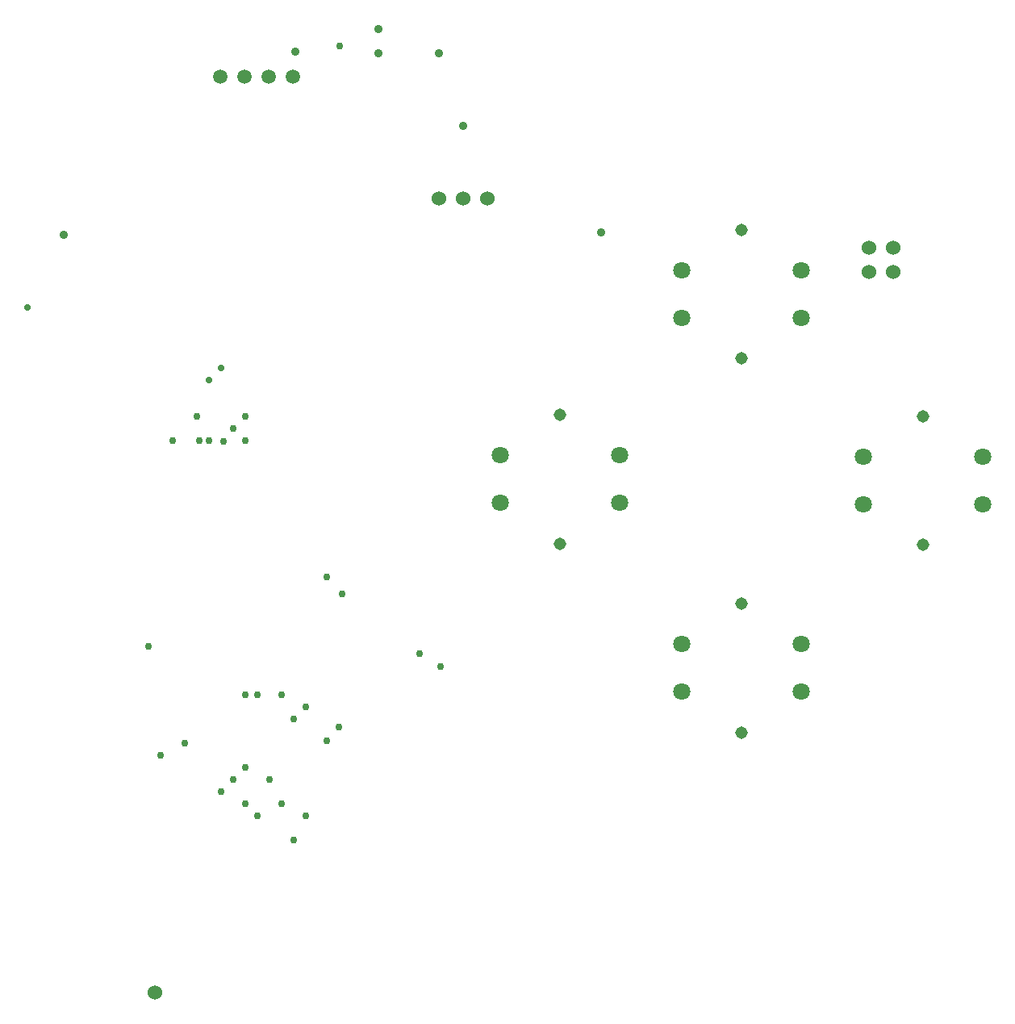
<source format=gbr>
G04 EAGLE Gerber RS-274X export*
G75*
%MOMM*%
%FSLAX34Y34*%
%LPD*%
%AMOC8*
5,1,8,0,0,1.08239X$1,22.5*%
G01*
%ADD10C,1.800000*%
%ADD11C,1.308000*%
%ADD12C,1.524000*%
%ADD13C,1.508000*%
%ADD14C,0.906400*%
%ADD15C,0.756400*%
%ADD16C,0.706400*%


D10*
X826500Y839070D03*
X951500Y839070D03*
X826500Y789070D03*
X951500Y789070D03*
D11*
X889000Y881570D03*
X889000Y746570D03*
D10*
X1017000Y643490D03*
X1142000Y643490D03*
X1017000Y593490D03*
X1142000Y593490D03*
D11*
X1079500Y685990D03*
X1079500Y550990D03*
D12*
X1047750Y862330D03*
X1047750Y836930D03*
X1022350Y836930D03*
X1022350Y862330D03*
D10*
X636000Y644760D03*
X761000Y644760D03*
X636000Y594760D03*
X761000Y594760D03*
D11*
X698500Y687260D03*
X698500Y552260D03*
D12*
X571500Y914400D03*
X596900Y914400D03*
X622300Y914400D03*
D13*
X418040Y1042130D03*
X392640Y1042130D03*
X367240Y1042130D03*
X341840Y1042130D03*
D10*
X826500Y446640D03*
X951500Y446640D03*
X826500Y396640D03*
X951500Y396640D03*
D11*
X889000Y489140D03*
X889000Y354140D03*
D12*
X273050Y81280D03*
D14*
X177800Y876300D03*
X571500Y1066800D03*
D15*
X467360Y1074420D03*
D14*
X596900Y990600D03*
X741680Y878840D03*
X420370Y1068070D03*
D15*
X431800Y266700D03*
X355600Y304800D03*
X342900Y292100D03*
X304800Y342900D03*
X279400Y330200D03*
X381000Y266700D03*
D14*
X508000Y1092200D03*
D15*
X419100Y368300D03*
X381000Y393700D03*
D14*
X508000Y1066800D03*
D16*
X139700Y800100D03*
D15*
X431800Y381000D03*
X368300Y393700D03*
X292100Y660400D03*
X330200Y660400D03*
D16*
X342900Y736600D03*
D15*
X317500Y685800D03*
D16*
X330200Y723900D03*
D15*
X368300Y660400D03*
X368300Y685800D03*
X419100Y241300D03*
X406400Y279400D03*
X368300Y279400D03*
X266700Y444500D03*
X320040Y660400D03*
X355600Y673100D03*
X345440Y659130D03*
X453390Y516890D03*
X469900Y499110D03*
X551180Y436880D03*
X572770Y422910D03*
X453390Y345440D03*
X466090Y359410D03*
X393700Y304800D03*
X368300Y317500D03*
X406400Y393700D03*
M02*

</source>
